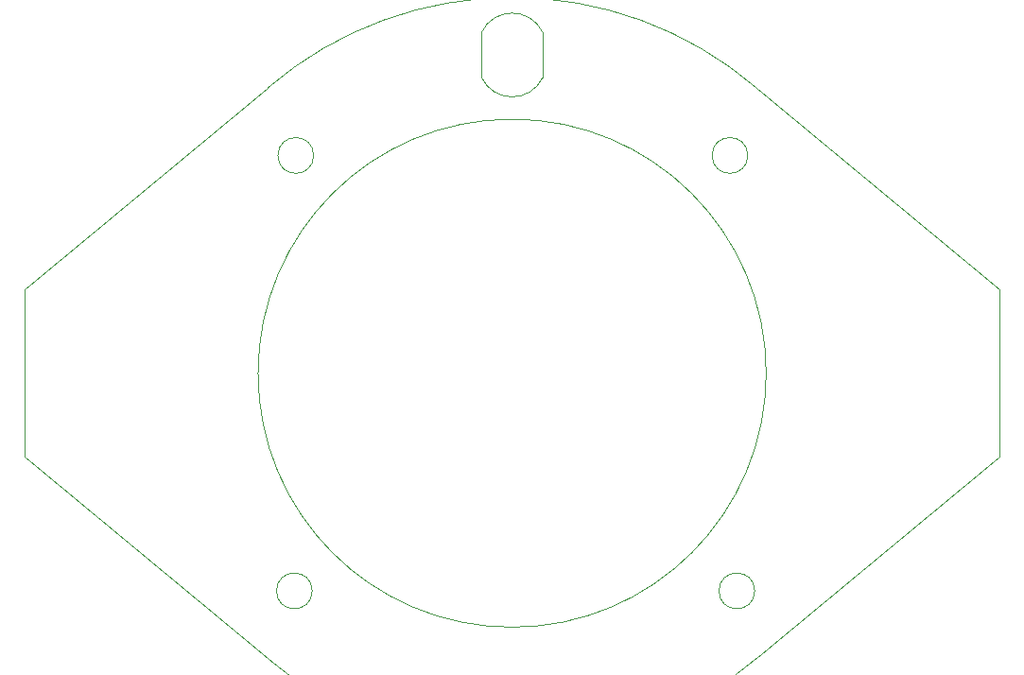
<source format=gbr>
%TF.GenerationSoftware,KiCad,Pcbnew,(6.0.0-0)*%
%TF.CreationDate,2022-03-24T13:46:48-04:00*%
%TF.ProjectId,Rotary,526f7461-7279-42e6-9b69-6361645f7063,rev?*%
%TF.SameCoordinates,Original*%
%TF.FileFunction,Profile,NP*%
%FSLAX46Y46*%
G04 Gerber Fmt 4.6, Leading zero omitted, Abs format (unit mm)*
G04 Created by KiCad (PCBNEW (6.0.0-0)) date 2022-03-24 13:46:48*
%MOMM*%
%LPD*%
G01*
G04 APERTURE LIST*
%TA.AperFunction,Profile*%
%ADD10C,0.100000*%
%TD*%
G04 APERTURE END LIST*
D10*
X168350000Y-117000000D02*
G75*
G03*
X168350000Y-117000000I-1600000J0D01*
G01*
X167725000Y-78000000D02*
G75*
G03*
X167725000Y-78000000I-1600000J0D01*
G01*
X168520000Y-71960000D02*
G75*
G03*
X124730000Y-71960000I-21895000J-25500264D01*
G01*
X149375000Y-67000000D02*
X149375000Y-71000000D01*
X169375000Y-97500000D02*
G75*
G03*
X169375000Y-97500000I-22750000J0D01*
G01*
X128725000Y-117000000D02*
G75*
G03*
X128725000Y-117000000I-1600000J0D01*
G01*
X190250000Y-90000000D02*
X168520000Y-71960000D01*
X190250000Y-105000000D02*
X168520000Y-123040000D01*
X103000000Y-90000000D02*
X103000000Y-105000000D01*
X143875000Y-67000000D02*
X143875000Y-71000000D01*
X124730000Y-123040000D02*
G75*
G03*
X168520000Y-123040000I21895000J25500264D01*
G01*
X149375000Y-67000000D02*
G75*
G03*
X143875000Y-67000000I-2750000J-1282346D01*
G01*
X143875000Y-71000000D02*
G75*
G03*
X149375000Y-71000000I2750000J1282346D01*
G01*
X103000000Y-90000000D02*
X124730000Y-71960000D01*
X190250000Y-90000000D02*
X190250000Y-105000000D01*
X128850000Y-78000000D02*
G75*
G03*
X128850000Y-78000000I-1600000J0D01*
G01*
X103000000Y-105000000D02*
X124730000Y-123040000D01*
M02*

</source>
